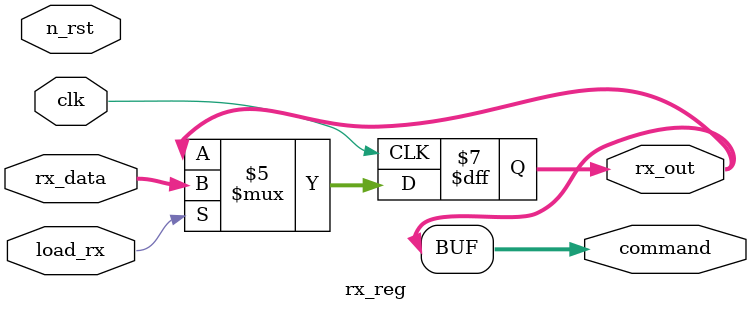
<source format=sv>

module rx_reg (
  input wire clk,
  input wire n_rst,
  input wire load_rx,
  input wire [7:0] rx_data,
  output reg [7:0] command,
  output reg [7:0] rx_out
);


always_ff @ (posedge clk) begin : RX_DATA_REG
  if(load_rx == 1'b1) begin
    rx_out <= rx_data;
  end
  else begin
    rx_out <= rx_out;
  end
end


always_comb begin : DECODE_COMMAND
  command <= rx_out;
end






endmodule
</source>
